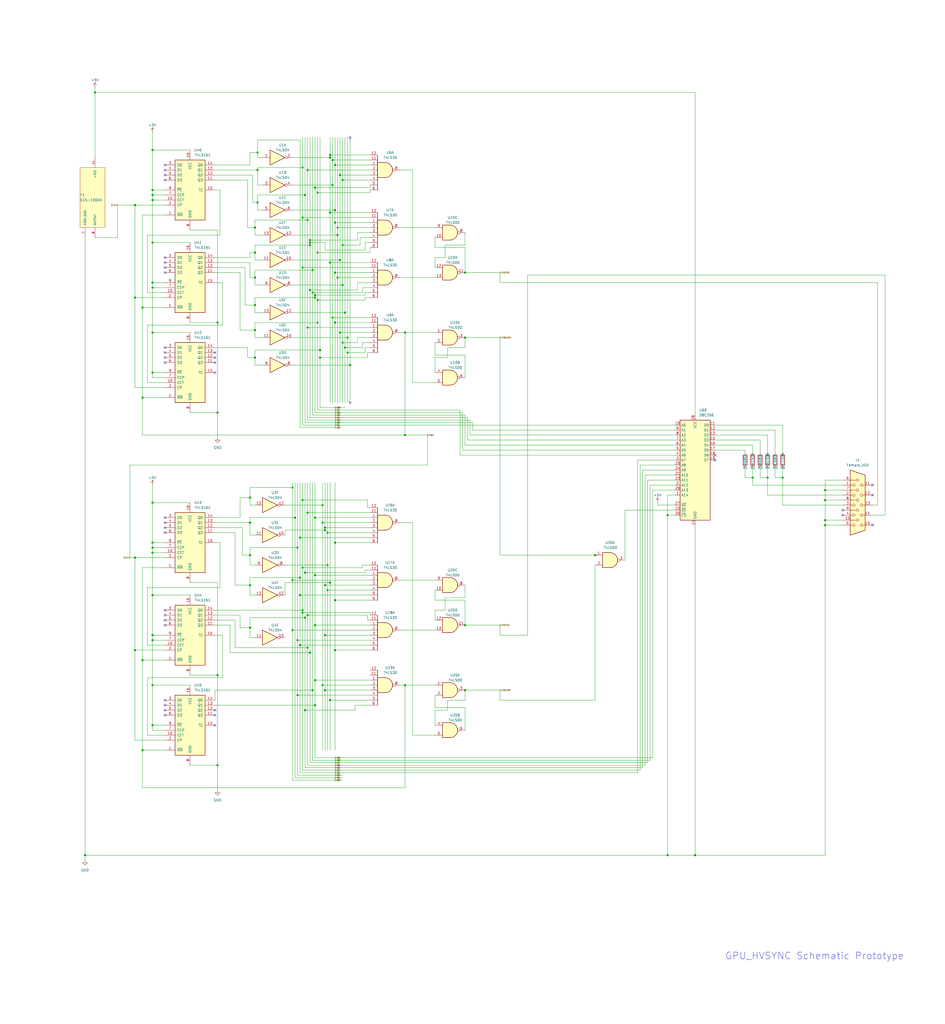
<source format=kicad_sch>
(kicad_sch (version 20211123) (generator eeschema)
  (paper "User" 480.009 520.014)
  (junction (at 152.4 327.66))
  (junction (at 110.49 209.55))
  (junction (at 162.56 181.61))
  (junction (at 166.37 287.02))
  (junction (at 77.47 275.59))
  (junction (at 171.45 115.57))
  (junction (at 177.8 185.42))
  (junction (at 149.86 262.89))
  (junction (at 152.4 293.37))
  (junction (at 353.06 434.34))
  (junction (at 419.1 254))
  (junction (at 157.48 124.46))
  (junction (at 130.81 77.47))
  (junction (at 68.58 330.2))
  (junction (at 156.21 328.93))
  (junction (at 173.99 124.46))
  (junction (at 172.72 168.91))
  (junction (at 176.53 171.45))
  (junction (at 397.51 242.57))
  (junction (at 152.4 273.05))
  (junction (at 205.74 168.91))
  (junction (at 175.26 176.53))
  (junction (at 382.27 242.57))
  (junction (at 170.18 304.8))
  (junction (at 236.22 138.43))
  (junction (at 170.18 83.82))
  (junction (at 130.81 86.36))
  (junction (at 173.99 144.78))
  (junction (at 160.02 149.86))
  (junction (at 339.09 261.62))
  (junction (at 205.74 347.98))
  (junction (at 156.21 86.36))
  (junction (at 157.48 331.47))
  (junction (at 419.1 266.7))
  (junction (at 167.64 133.35))
  (junction (at 154.94 290.83))
  (junction (at 156.21 166.37))
  (junction (at 129.54 140.97))
  (junction (at 170.18 106.68))
  (junction (at 148.59 247.65))
  (junction (at 153.67 135.89))
  (junction (at 130.81 102.87))
  (junction (at 77.47 255.27))
  (junction (at 77.47 347.98))
  (junction (at 162.56 177.8))
  (junction (at 167.64 355.6))
  (junction (at 170.18 330.2))
  (junction (at 160.02 345.44))
  (junction (at 170.18 163.83))
  (junction (at 154.94 313.69))
  (junction (at 157.48 121.92))
  (junction (at 72.39 156.21))
  (junction (at 160.02 292.1))
  (junction (at 165.1 269.24))
  (junction (at 148.59 294.64))
  (junction (at 171.45 119.38))
  (junction (at 302.26 281.94))
  (junction (at 170.18 138.43))
  (junction (at 127 297.18))
  (junction (at 110.49 342.9))
  (junction (at 77.47 99.06))
  (junction (at 161.29 163.83))
  (junction (at 68.58 104.14))
  (junction (at 158.75 148.59))
  (junction (at 389.89 242.57))
  (junction (at 167.64 107.95))
  (junction (at 166.37 270.51))
  (junction (at 77.47 168.91))
  (junction (at 161.29 152.4))
  (junction (at 77.47 189.23))
  (junction (at 77.47 302.26))
  (junction (at 160.02 358.14))
  (junction (at 72.39 381))
  (junction (at 157.48 147.32))
  (junction (at 163.83 265.43))
  (junction (at 77.47 143.51))
  (junction (at 154.94 99.06))
  (junction (at 152.4 302.26))
  (junction (at 161.29 128.27))
  (junction (at 165.1 350.52))
  (junction (at 167.64 80.01))
  (junction (at 158.75 137.16))
  (junction (at 158.75 350.52))
  (junction (at 77.47 325.12))
  (junction (at 236.22 171.45))
  (junction (at 170.18 275.59))
  (junction (at 156.21 111.76))
  (junction (at 236.22 350.52))
  (junction (at 129.54 167.64))
  (junction (at 77.47 368.3))
  (junction (at 127 265.43))
  (junction (at 173.99 173.99))
  (junction (at 68.58 151.13))
  (junction (at 205.74 220.98))
  (junction (at 163.83 256.54))
  (junction (at 151.13 278.13))
  (junction (at 419.1 248.92))
  (junction (at 77.47 96.52))
  (junction (at 129.54 154.94))
  (junction (at 157.48 123.19))
  (junction (at 166.37 299.72))
  (junction (at 172.72 132.08))
  (junction (at 77.47 278.13))
  (junction (at 161.29 97.79))
  (junction (at 170.18 113.03))
  (junction (at 77.47 322.58))
  (junction (at 129.54 128.27))
  (junction (at 129.54 181.61))
  (junction (at 153.67 309.88))
  (junction (at 129.54 115.57))
  (junction (at 176.53 179.07))
  (junction (at 167.64 295.91))
  (junction (at 160.02 95.25))
  (junction (at 160.02 317.5))
  (junction (at 160.02 262.89))
  (junction (at 154.94 360.68))
  (junction (at 110.49 388.62))
  (junction (at 148.59 320.04))
  (junction (at 175.26 158.75))
  (junction (at 419.1 264.16))
  (junction (at 68.58 283.21))
  (junction (at 156.21 260.35))
  (junction (at 165.1 267.97))
  (junction (at 172.72 88.9))
  (junction (at 77.47 76.2))
  (junction (at 173.99 91.44))
  (junction (at 77.47 101.6))
  (junction (at 127 318.77))
  (junction (at 153.67 254))
  (junction (at 236.22 317.5))
  (junction (at 153.67 311.15))
  (junction (at 77.47 280.67))
  (junction (at 153.67 110.49))
  (junction (at 153.67 85.09))
  (junction (at 110.49 163.83))
  (junction (at 72.39 201.93))
  (junction (at 160.02 151.13))
  (junction (at 153.67 288.29))
  (junction (at 168.91 93.98))
  (junction (at 156.21 312.42))
  (junction (at 165.1 322.58))
  (junction (at 77.47 146.05))
  (junction (at 72.39 335.28))
  (junction (at 167.64 78.74))
  (junction (at 168.91 161.29))
  (junction (at 127 281.94))
  (junction (at 151.13 325.12))
  (junction (at 48.26 46.99))
  (junction (at 165.1 297.18))
  (junction (at 127 252.73))
  (junction (at 77.47 123.19))
  (junction (at 43.18 434.34))
  (junction (at 171.45 140.97))
  (junction (at 151.13 353.06))
  (junction (at 163.83 347.98))
  (junction (at 168.91 81.28))
  (junction (at 339.09 434.34))
  (no_connect (at 83.82 265.43))
  (no_connect (at 83.82 181.61))
  (no_connect (at 83.82 135.89))
  (no_connect (at 427.99 261.62))
  (no_connect (at 83.82 270.51))
  (no_connect (at 83.82 130.81))
  (no_connect (at 83.82 179.07))
  (no_connect (at 109.22 189.23))
  (no_connect (at 83.82 83.82))
  (no_connect (at 177.8 204.47))
  (no_connect (at 443.23 246.38))
  (no_connect (at 83.82 355.6))
  (no_connect (at 109.22 179.07))
  (no_connect (at 109.22 360.68))
  (no_connect (at 83.82 309.88))
  (no_connect (at 427.99 259.08))
  (no_connect (at 109.22 184.15))
  (no_connect (at 83.82 133.35))
  (no_connect (at 443.23 251.46))
  (no_connect (at 83.82 317.5))
  (no_connect (at 83.82 88.9))
  (no_connect (at 83.82 86.36))
  (no_connect (at 83.82 176.53))
  (no_connect (at 83.82 138.43))
  (no_connect (at 177.8 69.85))
  (no_connect (at 83.82 363.22))
  (no_connect (at 83.82 314.96))
  (no_connect (at 83.82 91.44))
  (no_connect (at 83.82 267.97))
  (no_connect (at 83.82 262.89))
  (no_connect (at 109.22 181.61))
  (no_connect (at 83.82 312.42))
  (no_connect (at 443.23 266.7))
  (no_connect (at 109.22 368.3))
  (no_connect (at 83.82 358.14))
  (no_connect (at 363.22 233.68))
  (no_connect (at 109.22 363.22))
  (no_connect (at 83.82 184.15))
  (no_connect (at 83.82 360.68))
  (no_connect (at 363.22 231.14))
  (wire (pts (xy 267.97 139.7) (xy 267.97 322.58)))
  (wire (pts (xy 148.59 320.04) (xy 148.59 396.24)))
  (wire (pts (xy 158.75 386.08) (xy 330.2 386.08)))
  (wire (pts (xy 144.78 256.54) (xy 163.83 256.54)))
  (wire (pts (xy 186.69 254) (xy 153.67 254)))
  (wire (pts (xy 187.96 123.19) (xy 185.42 123.19)))
  (wire (pts (xy 187.96 358.14) (xy 180.34 358.14)))
  (wire (pts (xy 187.96 173.99) (xy 184.15 173.99)))
  (wire (pts (xy 163.83 347.98) (xy 187.96 347.98)))
  (wire (pts (xy 236.22 303.53) (xy 226.06 303.53)))
  (wire (pts (xy 170.18 275.59) (xy 187.96 275.59)))
  (wire (pts (xy 77.47 280.67) (xy 77.47 302.26)))
  (wire (pts (xy 342.9 251.46) (xy 339.09 251.46)))
  (wire (pts (xy 72.39 109.22) (xy 83.82 109.22)))
  (wire (pts (xy 129.54 140.97) (xy 129.54 144.78)))
  (wire (pts (xy 152.4 217.17) (xy 170.18 217.17)))
  (wire (pts (xy 382.27 226.06) (xy 363.22 226.06)))
  (wire (pts (xy 129.54 163.83) (xy 129.54 167.64)))
  (wire (pts (xy 130.81 86.36) (xy 130.81 85.09)))
  (wire (pts (xy 157.48 121.92) (xy 181.61 121.92)))
  (wire (pts (xy 187.96 312.42) (xy 187.96 311.15)))
  (wire (pts (xy 148.59 171.45) (xy 176.53 171.45)))
  (wire (pts (xy 77.47 275.59) (xy 77.47 278.13)))
  (wire (pts (xy 133.35 185.42) (xy 129.54 185.42)))
  (wire (pts (xy 74.93 344.17) (xy 74.93 373.38)))
  (wire (pts (xy 77.47 278.13) (xy 77.47 280.67)))
  (wire (pts (xy 110.49 342.9) (xy 110.49 388.62)))
  (wire (pts (xy 302.26 355.6) (xy 254 355.6)))
  (wire (pts (xy 148.59 245.11) (xy 148.59 247.65)))
  (wire (pts (xy 445.77 143.51) (xy 445.77 256.54)))
  (wire (pts (xy 157.48 69.85) (xy 157.48 121.92)))
  (wire (pts (xy 130.81 77.47) (xy 130.81 80.01)))
  (wire (pts (xy 129.54 115.57) (xy 129.54 119.38)))
  (wire (pts (xy 127 83.82) (xy 127 77.47)))
  (wire (pts (xy 129.54 124.46) (xy 157.48 124.46)))
  (wire (pts (xy 162.56 177.8) (xy 162.56 181.61)))
  (wire (pts (xy 153.67 309.88) (xy 153.67 311.15)))
  (wire (pts (xy 156.21 86.36) (xy 156.21 69.85)))
  (wire (pts (xy 172.72 168.91) (xy 172.72 204.47)))
  (wire (pts (xy 170.18 330.2) (xy 170.18 381)))
  (wire (pts (xy 237.49 223.52) (xy 237.49 212.09)))
  (wire (pts (xy 167.64 133.35) (xy 167.64 204.47)))
  (wire (pts (xy 133.35 132.08) (xy 129.54 132.08)))
  (wire (pts (xy 129.54 287.02) (xy 127 287.02)))
  (wire (pts (xy 129.54 154.94) (xy 129.54 151.13)))
  (wire (pts (xy 129.54 181.61) (xy 129.54 185.42)))
  (wire (pts (xy 205.74 168.91) (xy 220.98 168.91)))
  (wire (pts (xy 68.58 330.2) (xy 83.82 330.2)))
  (wire (pts (xy 330.2 246.38) (xy 330.2 386.08)))
  (wire (pts (xy 226.06 130.81) (xy 220.98 130.81)))
  (wire (pts (xy 328.93 243.84) (xy 328.93 387.35)))
  (wire (pts (xy 363.22 215.9) (xy 397.51 215.9)))
  (wire (pts (xy 59.69 104.14) (xy 59.69 120.65)))
  (wire (pts (xy 96.52 209.55) (xy 110.49 209.55)))
  (wire (pts (xy 77.47 123.19) (xy 77.47 143.51)))
  (wire (pts (xy 129.54 128.27) (xy 129.54 124.46)))
  (wire (pts (xy 220.98 299.72) (xy 220.98 304.8)))
  (wire (pts (xy 109.22 275.59) (xy 111.76 275.59)))
  (wire (pts (xy 144.78 269.24) (xy 165.1 269.24)))
  (wire (pts (xy 152.4 71.12) (xy 152.4 217.17)))
  (wire (pts (xy 317.5 259.08) (xy 317.5 284.48)))
  (wire (pts (xy 181.61 143.51) (xy 181.61 147.32)))
  (wire (pts (xy 74.93 298.45) (xy 74.93 327.66)))
  (wire (pts (xy 72.39 335.28) (xy 72.39 381)))
  (wire (pts (xy 148.59 247.65) (xy 148.59 294.64)))
  (wire (pts (xy 170.18 106.68) (xy 170.18 113.03)))
  (wire (pts (xy 393.7 229.87) (xy 393.7 218.44)))
  (wire (pts (xy 77.47 123.19) (xy 96.52 123.19)))
  (wire (pts (xy 109.22 83.82) (xy 127 83.82)))
  (wire (pts (xy 187.96 125.73) (xy 187.96 128.27)))
  (wire (pts (xy 127 256.54) (xy 127 252.73)))
  (wire (pts (xy 72.39 201.93) (xy 72.39 220.98)))
  (wire (pts (xy 184.15 287.02) (xy 184.15 288.29)))
  (wire (pts (xy 119.38 328.93) (xy 156.21 328.93)))
  (wire (pts (xy 172.72 168.91) (xy 187.96 168.91)))
  (wire (pts (xy 77.47 322.58) (xy 77.47 325.12)))
  (wire (pts (xy 389.89 229.87) (xy 389.89 220.98)))
  (wire (pts (xy 77.47 101.6) (xy 83.82 101.6)))
  (wire (pts (xy 254 355.6) (xy 254 350.52)))
  (wire (pts (xy 166.37 299.72) (xy 187.96 299.72)))
  (wire (pts (xy 382.27 229.87) (xy 382.27 226.06)))
  (wire (pts (xy 74.93 165.1) (xy 74.93 194.31)))
  (wire (pts (xy 77.47 96.52) (xy 77.47 99.06)))
  (wire (pts (xy 113.03 344.17) (xy 74.93 344.17)))
  (wire (pts (xy 165.1 350.52) (xy 187.96 350.52)))
  (wire (pts (xy 165.1 127) (xy 165.1 123.19)))
  (wire (pts (xy 236.22 171.45) (xy 254 171.45)))
  (wire (pts (xy 144.78 287.02) (xy 166.37 287.02)))
  (wire (pts (xy 167.64 355.6) (xy 187.96 355.6)))
  (wire (pts (xy 184.15 173.99) (xy 184.15 176.53)))
  (wire (pts (xy 77.47 325.12) (xy 77.47 347.98)))
  (wire (pts (xy 165.1 297.18) (xy 165.1 322.58)))
  (wire (pts (xy 109.22 322.58) (xy 113.03 322.58)))
  (wire (pts (xy 133.35 171.45) (xy 129.54 171.45)))
  (wire (pts (xy 77.47 280.67) (xy 83.82 280.67)))
  (wire (pts (xy 187.96 148.59) (xy 185.42 148.59)))
  (wire (pts (xy 158.75 69.85) (xy 158.75 137.16)))
  (wire (pts (xy 254 281.94) (xy 254 171.45)))
  (wire (pts (xy 111.76 119.38) (xy 74.93 119.38)))
  (wire (pts (xy 181.61 171.45) (xy 181.61 173.99)))
  (wire (pts (xy 77.47 370.84) (xy 83.82 370.84)))
  (wire (pts (xy 226.06 303.53) (xy 226.06 309.88)))
  (wire (pts (xy 240.03 218.44) (xy 240.03 214.63)))
  (wire (pts (xy 171.45 115.57) (xy 187.96 115.57)))
  (wire (pts (xy 203.2 294.64) (xy 220.98 294.64)))
  (wire (pts (xy 323.85 233.68) (xy 323.85 392.43)))
  (wire (pts (xy 165.1 245.11) (xy 165.1 267.97)))
  (wire (pts (xy 171.45 115.57) (xy 171.45 119.38)))
  (wire (pts (xy 166.37 299.72) (xy 166.37 381)))
  (wire (pts (xy 170.18 245.11) (xy 170.18 275.59)))
  (wire (pts (xy 419.1 266.7) (xy 419.1 434.34)))
  (wire (pts (xy 119.38 297.18) (xy 119.38 270.51)))
  (wire (pts (xy 185.42 151.13) (xy 185.42 152.4)))
  (wire (pts (xy 160.02 209.55) (xy 234.95 209.55)))
  (wire (pts (xy 128.27 88.9) (xy 128.27 102.87)))
  (wire (pts (xy 175.26 158.75) (xy 175.26 176.53)))
  (wire (pts (xy 187.96 146.05) (xy 184.15 146.05)))
  (wire (pts (xy 129.54 177.8) (xy 129.54 181.61)))
  (wire (pts (xy 171.45 69.85) (xy 171.45 115.57)))
  (wire (pts (xy 116.84 317.5) (xy 116.84 331.47)))
  (wire (pts (xy 419.1 264.16) (xy 419.1 254)))
  (wire (pts (xy 59.69 104.14) (xy 68.58 104.14)))
  (wire (pts (xy 110.49 116.84) (xy 110.49 163.83)))
  (wire (pts (xy 187.96 311.15) (xy 153.67 311.15)))
  (wire (pts (xy 382.27 242.57) (xy 382.27 246.38)))
  (wire (pts (xy 331.47 384.81) (xy 331.47 248.92)))
  (wire (pts (xy 152.4 327.66) (xy 152.4 302.26)))
  (wire (pts (xy 123.19 267.97) (xy 123.19 281.94)))
  (wire (pts (xy 125.73 181.61) (xy 129.54 181.61)))
  (wire (pts (xy 187.96 96.52) (xy 187.96 97.79)))
  (wire (pts (xy 378.46 237.49) (xy 378.46 242.57)))
  (wire (pts (xy 161.29 163.83) (xy 161.29 208.28)))
  (wire (pts (xy 166.37 270.51) (xy 166.37 287.02)))
  (wire (pts (xy 129.54 137.16) (xy 158.75 137.16)))
  (wire (pts (xy 170.18 69.85) (xy 170.18 83.82)))
  (wire (pts (xy 236.22 125.73) (xy 236.22 138.43)))
  (wire (pts (xy 419.1 266.7) (xy 419.1 264.16)))
  (wire (pts (xy 227.33 176.53) (xy 227.33 181.61)))
  (wire (pts (xy 226.06 309.88) (xy 220.98 309.88)))
  (wire (pts (xy 220.98 125.73) (xy 236.22 125.73)))
  (wire (pts (xy 342.9 238.76) (xy 326.39 238.76)))
  (wire (pts (xy 111.76 96.52) (xy 111.76 119.38)))
  (wire (pts (xy 220.98 180.34) (xy 236.22 180.34)))
  (wire (pts (xy 419.1 266.7) (xy 427.99 266.7)))
  (wire (pts (xy 156.21 245.11) (xy 156.21 260.35)))
  (wire (pts (xy 187.96 120.65) (xy 182.88 120.65)))
  (wire (pts (xy 77.47 189.23) (xy 83.82 189.23)))
  (wire (pts (xy 173.99 173.99) (xy 173.99 204.47)))
  (wire (pts (xy 153.67 311.15) (xy 153.67 391.16)))
  (wire (pts (xy 154.94 290.83) (xy 154.94 313.69)))
  (wire (pts (xy 153.67 215.9) (xy 342.9 215.9)))
  (wire (pts (xy 133.35 93.98) (xy 130.81 93.98)))
  (wire (pts (xy 77.47 143.51) (xy 83.82 143.51)))
  (wire (pts (xy 160.02 262.89) (xy 160.02 292.1)))
  (wire (pts (xy 187.96 287.02) (xy 184.15 287.02)))
  (wire (pts (xy 43.18 120.65) (xy 43.18 434.34)))
  (wire (pts (xy 96.52 388.62) (xy 110.49 388.62)))
  (wire (pts (xy 378.46 228.6) (xy 363.22 228.6)))
  (wire (pts (xy 187.96 143.51) (xy 181.61 143.51)))
  (wire (pts (xy 168.91 81.28) (xy 187.96 81.28)))
  (wire (pts (xy 127 313.69) (xy 154.94 313.69)))
  (wire (pts (xy 77.47 189.23) (xy 77.47 191.77)))
  (wire (pts (xy 153.67 391.16) (xy 325.12 391.16)))
  (wire (pts (xy 153.67 254) (xy 153.67 288.29)))
  (wire (pts (xy 113.03 143.51) (xy 113.03 165.1)))
  (wire (pts (xy 187.96 289.56) (xy 185.42 289.56)))
  (wire (pts (xy 151.13 245.11) (xy 151.13 278.13)))
  (wire (pts (xy 158.75 245.11) (xy 158.75 350.52)))
  (wire (pts (xy 186.69 257.81) (xy 186.69 254)))
  (wire (pts (xy 158.75 137.16) (xy 158.75 148.59)))
  (wire (pts (xy 133.35 106.68) (xy 130.81 106.68)))
  (wire (pts (xy 152.4 392.43) (xy 152.4 327.66)))
  (wire (pts (xy 397.51 229.87) (xy 397.51 215.9)))
  (wire (pts (xy 127 297.18) (xy 127 293.37)))
  (wire (pts (xy 68.58 104.14) (xy 68.58 151.13)))
  (wire (pts (xy 177.8 185.42) (xy 177.8 204.47)))
  (wire (pts (xy 186.69 312.42) (xy 156.21 312.42)))
  (wire (pts (xy 170.18 83.82) (xy 187.96 83.82)))
  (wire (pts (xy 156.21 388.62) (xy 327.66 388.62)))
  (wire (pts (xy 152.4 392.43) (xy 323.85 392.43)))
  (wire (pts (xy 68.58 375.92) (xy 83.82 375.92)))
  (wire (pts (xy 181.61 118.11) (xy 181.61 121.92)))
  (wire (pts (xy 77.47 96.52) (xy 83.82 96.52)))
  (wire (pts (xy 129.54 137.16) (xy 129.54 140.97)))
  (wire (pts (xy 389.89 251.46) (xy 427.99 251.46)))
  (wire (pts (xy 77.47 99.06) (xy 77.47 101.6)))
  (wire (pts (xy 205.74 347.98) (xy 205.74 400.05)))
  (wire (pts (xy 151.13 353.06) (xy 187.96 353.06)))
  (wire (pts (xy 389.89 237.49) (xy 389.89 242.57)))
  (wire (pts (xy 382.27 237.49) (xy 382.27 242.57)))
  (wire (pts (xy 163.83 347.98) (xy 163.83 381)))
  (wire (pts (xy 96.52 342.9) (xy 110.49 342.9)))
  (wire (pts (xy 144.78 295.91) (xy 167.64 295.91)))
  (wire (pts (xy 148.59 144.78) (xy 173.99 144.78)))
  (wire (pts (xy 185.42 123.19) (xy 185.42 127)))
  (wire (pts (xy 153.67 135.89) (xy 153.67 215.9)))
  (wire (pts (xy 156.21 166.37) (xy 187.96 166.37)))
  (wire (pts (xy 129.54 163.83) (xy 161.29 163.83)))
  (wire (pts (xy 109.22 314.96) (xy 119.38 314.96)))
  (wire (pts (xy 148.59 93.98) (xy 168.91 93.98)))
  (wire (pts (xy 186.69 181.61) (xy 162.56 181.61)))
  (wire (pts (xy 72.39 335.28) (xy 72.39 288.29)))
  (wire (pts (xy 96.52 255.27) (xy 77.47 255.27)))
  (wire (pts (xy 342.9 228.6) (xy 234.95 228.6)))
  (wire (pts (xy 339.09 261.62) (xy 339.09 434.34)))
  (wire (pts (xy 168.91 81.28) (xy 168.91 93.98)))
  (wire (pts (xy 177.8 69.85) (xy 177.8 185.42)))
  (wire (pts (xy 130.81 102.87) (xy 130.81 106.68)))
  (wire (pts (xy 167.64 295.91) (xy 167.64 355.6)))
  (wire (pts (xy 162.56 69.85) (xy 162.56 177.8)))
  (wire (pts (xy 152.4 302.26) (xy 187.96 302.26)))
  (wire (pts (xy 397.51 242.57) (xy 397.51 256.54)))
  (wire (pts (xy 168.91 161.29) (xy 168.91 204.47)))
  (wire (pts (xy 339.09 251.46) (xy 339.09 261.62)))
  (wire (pts (xy 172.72 88.9) (xy 187.96 88.9)))
  (wire (pts (xy 168.91 93.98) (xy 168.91 161.29)))
  (wire (pts (xy 127 323.85) (xy 127 318.77)))
  (wire (pts (xy 129.54 128.27) (xy 129.54 132.08)))
  (wire (pts (xy 163.83 265.43) (xy 163.83 347.98)))
  (wire (pts (xy 176.53 179.07) (xy 176.53 204.47)))
  (wire (pts (xy 127 77.47) (xy 130.81 77.47)))
  (wire (pts (xy 172.72 69.85) (xy 172.72 88.9)))
  (wire (pts (xy 48.26 46.99) (xy 48.26 80.01)))
  (wire (pts (xy 353.06 210.82) (xy 353.06 46.99)))
  (wire (pts (xy 160.02 292.1) (xy 187.96 292.1)))
  (wire (pts (xy 109.22 88.9) (xy 128.27 88.9)))
  (wire (pts (xy 110.49 209.55) (xy 110.49 222.25)))
  (wire (pts (xy 161.29 152.4) (xy 161.29 163.83)))
  (wire (pts (xy 77.47 143.51) (xy 77.47 146.05)))
  (wire (pts (xy 130.81 99.06) (xy 154.94 99.06)))
  (wire (pts (xy 68.58 330.2) (xy 68.58 375.92)))
  (wire (pts (xy 157.48 212.09) (xy 237.49 212.09)))
  (wire (pts (xy 151.13 278.13) (xy 151.13 325.12)))
  (wire (pts (xy 161.29 97.79) (xy 161.29 128.27)))
  (wire (pts (xy 77.47 99.06) (xy 83.82 99.06)))
  (wire (pts (xy 170.18 275.59) (xy 170.18 304.8)))
  (wire (pts (xy 77.47 368.3) (xy 77.47 370.84)))
  (wire (pts (xy 187.96 128.27) (xy 161.29 128.27)))
  (wire (pts (xy 170.18 163.83) (xy 170.18 204.47)))
  (wire (pts (xy 165.1 267.97) (xy 165.1 269.24)))
  (wire (pts (xy 151.13 325.12) (xy 187.96 325.12)))
  (wire (pts (xy 72.39 335.28) (xy 83.82 335.28)))
  (wire (pts (xy 393.7 237.49) (xy 393.7 242.57)))
  (wire (pts (xy 77.47 322.58) (xy 83.82 322.58)))
  (wire (pts (xy 170.18 83.82) (xy 170.18 106.68)))
  (wire (pts (xy 173.99 69.85) (xy 173.99 91.44)))
  (wire (pts (xy 238.76 220.98) (xy 238.76 213.36)))
  (wire (pts (xy 127 287.02) (xy 127 281.94)))
  (wire (pts (xy 162.56 181.61) (xy 162.56 207.01)))
  (wire (pts (xy 389.89 220.98) (xy 363.22 220.98)))
  (wire (pts (xy 154.94 389.89) (xy 326.39 389.89)))
  (wire (pts (xy 393.7 242.57) (xy 397.51 242.57)))
  (wire (pts (xy 160.02 262.89) (xy 187.96 262.89)))
  (wire (pts (xy 157.48 123.19) (xy 157.48 124.46)))
  (wire (pts (xy 160.02 292.1) (xy 160.02 317.5)))
  (wire (pts (xy 127 247.65) (xy 148.59 247.65)))
  (wire (pts (xy 154.94 245.11) (xy 154.94 290.83)))
  (wire (pts (xy 68.58 283.21) (xy 83.82 283.21)))
  (wire (pts (xy 127 281.94) (xy 127 278.13)))
  (wire (pts (xy 342.9 259.08) (xy 317.5 259.08)))
  (wire (pts (xy 129.54 111.76) (xy 156.21 111.76)))
  (wire (pts (xy 167.64 69.85) (xy 167.64 78.74)))
  (wire (pts (xy 180.34 360.68) (xy 154.94 360.68)))
  (wire (pts (xy 397.51 256.54) (xy 427.99 256.54)))
  (wire (pts (xy 127 130.81) (xy 127 128.27)))
  (wire (pts (xy 175.26 69.85) (xy 175.26 158.75)))
  (wire (pts (xy 144.78 302.26) (xy 144.78 295.91)))
  (wire (pts (xy 66.04 283.21) (xy 68.58 283.21)))
  (wire (pts (xy 125.73 115.57) (xy 129.54 115.57)))
  (wire (pts (xy 109.22 130.81) (xy 127 130.81)))
  (wire (pts (xy 209.55 194.31) (xy 220.98 194.31)))
  (wire (pts (xy 149.86 245.11) (xy 149.86 262.89)))
  (wire (pts (xy 129.54 271.78) (xy 127 271.78)))
  (wire (pts (xy 378.46 242.57) (xy 382.27 242.57)))
  (wire (pts (xy 220.98 173.99) (xy 220.98 180.34)))
  (wire (pts (xy 148.59 320.04) (xy 187.96 320.04)))
  (wire (pts (xy 127 247.65) (xy 127 252.73)))
  (wire (pts (xy 236.22 124.46) (xy 226.06 124.46)))
  (wire (pts (xy 148.59 396.24) (xy 173.99 396.24)))
  (wire (pts (xy 72.39 381) (xy 72.39 400.05)))
  (wire (pts (xy 123.19 281.94) (xy 127 281.94)))
  (wire (pts (xy 160.02 345.44) (xy 187.96 345.44)))
  (wire (pts (xy 74.93 148.59) (xy 83.82 148.59)))
  (wire (pts (xy 157.48 331.47) (xy 157.48 387.35)))
  (wire (pts (xy 121.92 318.77) (xy 127 318.77)))
  (wire (pts (xy 393.7 218.44) (xy 363.22 218.44)))
  (wire (pts (xy 172.72 132.08) (xy 172.72 168.91)))
  (wire (pts (xy 111.76 298.45) (xy 74.93 298.45)))
  (wire (pts (xy 236.22 138.43) (xy 254 138.43)))
  (wire (pts (xy 160.02 245.11) (xy 160.02 262.89)))
  (wire (pts (xy 130.81 71.12) (xy 152.4 71.12)))
  (wire (pts (xy 161.29 69.85) (xy 161.29 97.79)))
  (wire (pts (xy 158.75 210.82) (xy 236.22 210.82)))
  (wire (pts (xy 186.69 179.07) (xy 186.69 181.61)))
  (wire (pts (xy 205.74 220.98) (xy 217.17 220.98)))
  (wire (pts (xy 170.18 163.83) (xy 187.96 163.83)))
  (wire (pts (xy 109.22 176.53) (xy 125.73 176.53)))
  (wire (pts (xy 157.48 121.92) (xy 157.48 123.19)))
  (wire (pts (xy 233.68 231.14) (xy 233.68 208.28)))
  (wire (pts (xy 119.38 270.51) (xy 109.22 270.51)))
  (wire (pts (xy 151.13 325.12) (xy 151.13 353.06)))
  (wire (pts (xy 176.53 69.85) (xy 176.53 171.45)))
  (wire (pts (xy 203.2 320.04) (xy 220.98 320.04)))
  (wire (pts (xy 449.58 139.7) (xy 267.97 139.7)))
  (wire (pts (xy 133.35 119.38) (xy 129.54 119.38)))
  (wire (pts (xy 182.88 120.65) (xy 182.88 124.46)))
  (wire (pts (xy 156.21 86.36) (xy 187.96 86.36)))
  (wire (pts (xy 153.67 69.85) (xy 153.67 85.09)))
  (wire (pts (xy 110.49 388.62) (xy 110.49 401.32)))
  (wire (pts (xy 77.47 347.98) (xy 96.52 347.98)))
  (wire (pts (xy 267.97 322.58) (xy 254 322.58)))
  (wire (pts (xy 109.22 91.44) (xy 125.73 91.44)))
  (wire (pts (xy 342.9 218.44) (xy 240.03 218.44)))
  (wire (pts (xy 109.22 309.88) (xy 153.67 309.88)))
  (wire (pts (xy 386.08 229.87) (xy 386.08 223.52)))
  (wire (pts (xy 127 256.54) (xy 129.54 256.54)))
  (wire (pts (xy 148.59 294.64) (xy 187.96 294.64)))
  (wire (pts (xy 109.22 262.89) (xy 121.92 262.89)))
  (wire (pts (xy 128.27 102.87) (xy 130.81 102.87)))
  (wire (pts (xy 160.02 384.81) (xy 331.47 384.81)))
  (wire (pts (xy 152.4 302.26) (xy 152.4 293.37)))
  (wire (pts (xy 342.9 220.98) (xy 238.76 220.98)))
  (wire (pts (xy 129.54 167.64) (xy 129.54 171.45)))
  (wire (pts (xy 181.61 173.99) (xy 173.99 173.99)))
  (wire (pts (xy 342.9 241.3) (xy 327.66 241.3)))
  (wire (pts (xy 254 143.51) (xy 254 138.43)))
  (wire (pts (xy 68.58 283.21) (xy 68.58 330.2)))
  (wire (pts (xy 205.74 168.91) (xy 205.74 220.98)))
  (wire (pts (xy 339.09 434.34) (xy 353.06 434.34)))
  (wire (pts (xy 236.22 304.8) (xy 236.22 317.5)))
  (wire (pts (xy 110.49 163.83) (xy 110.49 209.55)))
  (wire (pts (xy 127 128.27) (xy 129.54 128.27)))
  (wire (pts (xy 167.64 245.11) (xy 167.64 295.91)))
  (wire (pts (xy 419.1 248.92) (xy 419.1 243.84)))
  (wire (pts (xy 185.42 148.59) (xy 185.42 149.86)))
  (wire (pts (xy 170.18 304.8) (xy 170.18 330.2)))
  (wire (pts (xy 151.13 393.7) (xy 173.99 393.7)))
  (wire (pts (xy 325.12 236.22) (xy 325.12 391.16)))
  (wire (pts (xy 162.56 207.01) (xy 175.26 207.01)))
  (wire (pts (xy 72.39 288.29) (xy 83.82 288.29)))
  (wire (pts (xy 133.35 144.78) (xy 129.54 144.78)))
  (wire (pts (xy 43.18 434.34) (xy 43.18 436.88)))
  (wire (pts (xy 443.23 261.62) (xy 449.58 261.62)))
  (wire (pts (xy 127 318.77) (xy 127 313.69)))
  (wire (pts (xy 77.47 302.26) (xy 77.47 322.58)))
  (wire (pts (xy 185.42 289.56) (xy 185.42 290.83)))
  (wire (pts (xy 236.22 118.11) (xy 236.22 124.46)))
  (wire (pts (xy 96.52 295.91) (xy 110.49 295.91)))
  (wire (pts (xy 203.2 140.97) (xy 220.98 140.97)))
  (wire (pts (xy 236.22 355.6) (xy 227.33 355.6)))
  (wire (pts (xy 157.48 147.32) (xy 157.48 212.09)))
  (wire (pts (xy 173.99 124.46) (xy 173.99 144.78)))
  (wire (pts (xy 185.42 152.4) (xy 161.29 152.4)))
  (wire (pts (xy 77.47 168.91) (xy 77.47 189.23)))
  (wire (pts (xy 182.88 124.46) (xy 173.99 124.46)))
  (wire (pts (xy 153.67 110.49) (xy 187.96 110.49)))
  (wire (pts (xy 127 293.37) (xy 152.4 293.37)))
  (wire (pts (xy 127 265.43) (xy 127 262.89)))
  (wire (pts (xy 217.17 220.98) (xy 217.17 236.22)))
  (wire (pts (xy 382.27 246.38) (xy 427.99 246.38)))
  (wire (pts (xy 185.42 290.83) (xy 154.94 290.83)))
  (wire (pts (xy 68.58 151.13) (xy 68.58 196.85)))
  (wire (pts (xy 220.98 120.65) (xy 220.98 125.73)))
  (wire (pts (xy 109.22 317.5) (xy 116.84 317.5)))
  (wire (pts (xy 180.34 358.14) (xy 180.34 360.68)))
  (wire (pts (xy 72.39 156.21) (xy 72.39 109.22)))
  (wire (pts (xy 165.1 322.58) (xy 165.1 350.52)))
  (wire (pts (xy 149.86 262.89) (xy 149.86 394.97)))
  (wire (pts (xy 156.21 260.35) (xy 156.21 312.42)))
  (wire (pts (xy 327.66 241.3) (xy 327.66 388.62)))
  (wire (pts (xy 148.59 294.64) (xy 148.59 320.04)))
  (wire (pts (xy 160.02 345.44) (xy 160.02 358.14)))
  (wire (pts (xy 220.98 359.41) (xy 236.22 359.41)))
  (wire (pts (xy 226.06 124.46) (xy 226.06 130.81)))
  (wire (pts (xy 166.37 245.11) (xy 166.37 270.51)))
  (wire (pts (xy 220.98 181.61) (xy 220.98 189.23)))
  (wire (pts (xy 236.22 350.52) (xy 236.22 355.6)))
  (wire (pts (xy 302.26 281.94) (xy 254 281.94)))
  (wire (pts (xy 96.52 163.83) (xy 110.49 163.83)))
  (wire (pts (xy 109.22 143.51) (xy 113.03 143.51)))
  (wire (pts (xy 157.48 387.35) (xy 328.93 387.35)))
  (wire (pts (xy 127 271.78) (xy 127 265.43)))
  (wire (pts (xy 185.42 179.07) (xy 176.53 179.07)))
  (wire (pts (xy 156.21 213.36) (xy 156.21 166.37)))
  (wire (pts (xy 203.2 168.91) (xy 205.74 168.91)))
  (wire (pts (xy 125.73 176.53) (xy 125.73 181.61)))
  (wire (pts (xy 152.4 327.66) (xy 187.96 327.66)))
  (wire (pts (xy 109.22 267.97) (xy 123.19 267.97)))
  (wire (pts (xy 66.04 283.21) (xy 66.04 236.22)))
  (wire (pts (xy 203.2 115.57) (xy 220.98 115.57)))
  (wire (pts (xy 397.51 237.49) (xy 397.51 242.57)))
  (wire (pts (xy 167.64 78.74) (xy 167.64 80.01)))
  (wire (pts (xy 339.09 261.62) (xy 342.9 261.62)))
  (wire (pts (xy 220.98 360.68) (xy 220.98 368.3)))
  (wire (pts (xy 172.72 88.9) (xy 172.72 132.08)))
  (wire (pts (xy 326.39 238.76) (xy 326.39 389.89)))
  (wire (pts (xy 74.93 119.38) (xy 74.93 148.59)))
  (wire (pts (xy 77.47 368.3) (xy 83.82 368.3)))
  (wire (pts (xy 130.81 102.87) (xy 130.81 99.06)))
  (wire (pts (xy 109.22 133.35) (xy 127 133.35)))
  (wire (pts (xy 170.18 113.03) (xy 187.96 113.03)))
  (wire (pts (xy 72.39 156.21) (xy 72.39 201.93)))
  (wire (pts (xy 175.26 176.53) (xy 175.26 204.47)))
  (wire (pts (xy 236.22 350.52) (xy 254 350.52)))
  (wire (pts (xy 127 262.89) (xy 149.86 262.89)))
  (wire (pts (xy 184.15 146.05) (xy 184.15 148.59)))
  (wire (pts (xy 77.47 302.26) (xy 96.52 302.26)))
  (wire (pts (xy 148.59 80.01) (xy 167.64 80.01)))
  (wire (pts (xy 220.98 309.88) (xy 220.98 314.96)))
  (wire (pts (xy 153.67 135.89) (xy 187.96 135.89)))
  (wire (pts (xy 110.49 295.91) (xy 110.49 342.9)))
  (wire (pts (xy 74.93 327.66) (xy 83.82 327.66)))
  (wire (pts (xy 171.45 140.97) (xy 171.45 204.47)))
  (wire (pts (xy 167.64 78.74) (xy 187.96 78.74)))
  (wire (pts (xy 227.33 355.6) (xy 227.33 360.68)))
  (wire (pts (xy 77.47 146.05) (xy 83.82 146.05)))
  (wire (pts (xy 121.92 167.64) (xy 129.54 167.64)))
  (wire (pts (xy 109.22 135.89) (xy 124.46 135.89)))
  (wire (pts (xy 227.33 360.68) (xy 220.98 360.68)))
  (wire (pts (xy 77.47 76.2) (xy 77.47 96.52)))
  (wire (pts (xy 127 302.26) (xy 127 297.18)))
  (wire (pts (xy 154.94 313.69) (xy 154.94 360.68)))
  (wire (pts (xy 170.18 138.43) (xy 170.18 163.83)))
  (wire (pts (xy 187.96 171.45) (xy 181.61 171.45)))
  (wire (pts (xy 66.04 236.22) (xy 217.17 236.22)))
  (wire (pts (xy 209.55 265.43) (xy 209.55 373.38)))
  (wire (pts (xy 153.67 288.29) (xy 153.67 309.88)))
  (wire (pts (xy 157.48 124.46) (xy 157.48 147.32)))
  (wire (pts (xy 254 322.58) (xy 254 317.5)))
  (wire (pts (xy 236.22 297.18) (xy 236.22 303.53)))
  (wire (pts (xy 187.96 118.11) (xy 181.61 118.11)))
  (wire (pts (xy 254 143.51) (xy 445.77 143.51)))
  (wire (pts (xy 160.02 151.13) (xy 160.02 209.55)))
  (wire (pts (xy 236.22 226.06) (xy 236.22 210.82)))
  (wire (pts (xy 124.46 154.94) (xy 129.54 154.94)))
  (wire (pts (xy 156.21 260.35) (xy 187.96 260.35)))
  (wire (pts (xy 236.22 171.45) (xy 236.22 176.53)))
  (wire (pts (xy 129.54 302.26) (xy 127 302.26)))
  (wire (pts (xy 167.64 107.95) (xy 187.96 107.95)))
  (wire (pts (xy 156.21 312.42) (xy 156.21 328.93)))
  (wire (pts (xy 165.1 123.19) (xy 157.48 123.19)))
  (wire (pts (xy 129.54 151.13) (xy 160.02 151.13)))
  (wire (pts (xy 419.1 264.16) (xy 427.99 264.16)))
  (wire (pts (xy 386.08 242.57) (xy 389.89 242.57)))
  (wire (pts (xy 111.76 275.59) (xy 111.76 298.45)))
  (wire (pts (xy 148.59 119.38) (xy 171.45 119.38)))
  (wire (pts (xy 186.69 314.96) (xy 186.69 312.42)))
  (wire (pts (xy 303.53 281.94) (xy 302.26 281.94)))
  (wire (pts (xy 148.59 132.08) (xy 172.72 132.08)))
  (wire (pts (xy 168.91 69.85) (xy 168.91 81.28)))
  (wire (pts (xy 96.52 76.2) (xy 77.47 76.2)))
  (wire (pts (xy 154.94 360.68) (xy 154.94 389.89)))
  (wire (pts (xy 205.74 347.98) (xy 220.98 347.98)))
  (wire (pts (xy 77.47 255.27) (xy 77.47 275.59)))
  (wire (pts (xy 167.64 355.6) (xy 167.64 381)))
  (wire (pts (xy 160.02 149.86) (xy 185.42 149.86)))
  (wire (pts (xy 449.58 139.7) (xy 449.58 261.62)))
  (wire (pts (xy 220.98 130.81) (xy 220.98 135.89)))
  (wire (pts (xy 43.18 434.34) (xy 339.09 434.34)))
  (wire (pts (xy 166.37 287.02) (xy 166.37 299.72)))
  (wire (pts (xy 389.89 242.57) (xy 389.89 251.46)))
  (wire (pts (xy 203.2 347.98) (xy 205.74 347.98)))
  (wire (pts (xy 153.67 245.11) (xy 153.67 254)))
  (wire (pts (xy 165.1 267.97) (xy 187.96 267.97)))
  (wire (pts (xy 167.64 133.35) (xy 187.96 133.35)))
  (wire (pts (xy 184.15 176.53) (xy 175.26 176.53)))
  (wire (pts (xy 133.35 158.75) (xy 129.54 158.75)))
  (wire (pts (xy 121.92 138.43) (xy 121.92 167.64)))
  (wire (pts (xy 334.01 255.27) (xy 334.01 256.54)))
  (wire (pts (xy 227.33 181.61) (xy 220.98 181.61)))
  (wire (pts (xy 152.4 273.05) (xy 152.4 245.11)))
  (wire (pts (xy 163.83 245.11) (xy 163.83 256.54)))
  (wire (pts (xy 109.22 350.52) (xy 158.75 350.52)))
  (wire (pts (xy 77.47 278.13) (xy 83.82 278.13)))
  (wire (pts (xy 130.81 77.47) (xy 130.81 71.12)))
  (wire (pts (xy 109.22 350.52) (xy 109.22 355.6)))
  (wire (pts (xy 158.75 148.59) (xy 158.75 210.82)))
  (wire (pts (xy 156.21 328.93) (xy 156.21 388.62)))
  (wire (pts (xy 59.69 120.65) (xy 48.26 120.65)))
  (wire (pts (xy 130.81 93.98) (xy 130.81 86.36)))
  (wire (pts (xy 181.61 147.32) (xy 157.48 147.32)))
  (wire (pts (xy 158.75 350.52) (xy 158.75 386.08)))
  (wire (pts (xy 151.13 353.06) (xy 151.13 393.7)))
  (wire (pts (xy 77.47 347.98) (xy 77.47 368.3)))
  (wire (pts (xy 160.02 95.25) (xy 160.02 149.86)))
  (wire (pts (xy 127 297.18) (xy 119.38 297.18)))
  (wire (pts (xy 68.58 104.14) (xy 83.82 104.14)))
  (wire (pts (xy 342.9 233.68) (xy 323.85 233.68)))
  (wire (pts (xy 127 133.35) (xy 127 140.97)))
  (wire (pts (xy 186.69 257.81) (xy 187.96 257.81)))
  (wire (pts (xy 163.83 265.43) (xy 187.96 265.43)))
  (wire (pts (xy 149.86 394.97) (xy 173.99 394.97)))
  (wire (pts (xy 130.81 86.36) (xy 109.22 86.36)))
  (wire (pts (xy 125.73 91.44) (xy 125.73 115.57)))
  (wire (pts (xy 109.22 265.43) (xy 127 265.43)))
  (wire (pts (xy 148.59 185.42) (xy 177.8 185.42)))
  (wire (pts (xy 185.42 127) (xy 165.1 127)))
  (wire (pts (xy 96.52 116.84) (xy 110.49 116.84)))
  (wire (pts (xy 48.26 46.99) (xy 353.06 46.99)))
  (wire (pts (xy 234.95 228.6) (xy 234.95 209.55)))
  (wire (pts (xy 331.47 248.92) (xy 342.9 248.92)))
  (wire (pts (xy 209.55 86.36) (xy 209.55 194.31)))
  (wire (pts (xy 72.39 201.93) (xy 83.82 201.93)))
  (wire (pts (xy 170.18 330.2) (xy 187.96 330.2)))
  (wire (pts (xy 72.39 220.98) (xy 205.74 220.98)))
  (wire (pts (xy 127 140.97) (xy 129.54 140.97)))
  (wire (pts (xy 165.1 269.24) (xy 165.1 297.18)))
  (wire (pts (xy 302.26 287.02) (xy 302.26 355.6)))
  (wire (pts (xy 77.47 275.59) (xy 83.82 275.59)))
  (wire (pts (xy 161.29 208.28) (xy 233.68 208.28)))
  (wire (pts (xy 121.92 252.73) (xy 127 252.73)))
  (wire (pts (xy 148.59 106.68) (xy 170.18 106.68)))
  (wire (pts (xy 77.47 191.77) (xy 83.82 191.77)))
  (wire (pts (xy 171.45 119.38) (xy 171.45 140.97)))
  (wire (pts (xy 342.9 223.52) (xy 237.49 223.52)))
  (wire (pts (xy 113.03 165.1) (xy 74.93 165.1)))
  (wire (pts (xy 209.55 373.38) (xy 220.98 373.38)))
  (wire (pts (xy 109.22 312.42) (xy 121.92 312.42)))
  (wire (pts (xy 157.48 245.11) (xy 157.48 331.47)))
  (wire (pts (xy 187.96 93.98) (xy 187.96 95.25)))
  (wire (pts (xy 171.45 140.97) (xy 187.96 140.97)))
  (wire (pts (xy 152.4 293.37) (xy 152.4 273.05)))
  (wire (pts (xy 124.46 135.89) (xy 124.46 154.94)))
  (wire (pts (xy 77.47 101.6) (xy 77.47 123.19)))
  (wire (pts (xy 68.58 196.85) (xy 83.82 196.85)))
  (wire (pts (xy 77.47 146.05) (xy 77.47 168.91)))
  (wire (pts (xy 163.83 256.54) (xy 163.83 265.43)))
  (wire (pts (xy 342.9 243.84) (xy 328.93 243.84)))
  (wire (pts (xy 187.96 151.13) (xy 185.42 151.13)))
  (wire (pts (xy 68.58 151.13) (xy 83.82 151.13)))
  (wire (pts (xy 173.99 144.78) (xy 173.99 173.99)))
  (wire (pts (xy 72.39 400.05) (xy 205.74 400.05)))
  (wire (pts (xy 386.08 237.49) (xy 386.08 242.57)))
  (wire (pts (xy 419.1 248.92) (xy 427.99 248.92)))
  (wire (pts (xy 167.64 80.01) (xy 167.64 107.95)))
  (wire (pts (xy 342.9 246.38) (xy 330.2 246.38)))
  (wire (pts (xy 148.59 158.75) (xy 175.26 158.75)))
  (wire (pts (xy 220.98 304.8) (xy 236.22 304.8)))
  (wire (pts (xy 184.15 148.59) (xy 158.75 148.59)))
  (wire (pts (xy 170.18 138.43) (xy 187.96 138.43)))
  (wire (pts (xy 236.22 180.34) (xy 236.22 191.77)))
  (wire (pts (xy 144.78 271.78) (xy 144.78 269.24)))
  (wire (pts (xy 156.21 213.36) (xy 238.76 213.36)))
  (wire (pts (xy 72.39 381) (xy 83.82 381)))
  (wire (pts (xy 127 278.13) (xy 151.13 278.13)))
  (wire (pts (xy 77.47 325.12) (xy 83.82 325.12)))
  (wire (pts (xy 236.22 176.53) (xy 227.33 176.53)))
  (wire (pts (xy 203.2 86.36) (xy 209.55 86.36)))
  (wire (pts (xy 48.26 44.45) (xy 48.26 46.99)))
  (wire (pts (xy 154.94 99.06) (xy 154.94 214.63)))
  (wire (pts (xy 173.99 91.44) (xy 187.96 91.44)))
  (wire (pts (xy 170.18 304.8) (xy 187.96 304.8)))
  (wire (pts (xy 160.02 358.14) (xy 160.02 384.81)))
  (wire (pts (xy 77.47 246.38) (xy 77.47 255.27)))
  (wire (pts (xy 129.54 177.8) (xy 162.56 177.8)))
  (wire (pts (xy 386.08 223.52) (xy 363.22 223.52)))
  (wire (pts (xy 353.06 266.7) (xy 353.06 434.34)))
  (wire (pts (xy 187.96 314.96) (xy 186.69 314.96)))
  (wire (pts (xy 419.1 434.34) (xy 353.06 434.34)))
  (wire (pts (xy 160.02 317.5) (xy 187.96 317.5)))
  (wire (pts (xy 113.03 322.58) (xy 113.03 344.17)))
  (wire (pts (xy 129.54 158.75) (xy 129.54 154.94)))
  (wire (pts (xy 156.21 111.76) (xy 156.21 86.36)))
  (wire (pts (xy 236.22 317.5) (xy 254 317.5)))
  (wire (pts (xy 173.99 91.44) (xy 173.99 124.46)))
  (wire (pts (xy 72.39 156.21) (xy 83.82 156.21)))
  (wire (pts (xy 130.81 85.09) (xy 153.67 85.09)))
  (wire (pts (xy 129.54 323.85) (xy 127 323.85)))
  (wire (pts (xy 160.02 69.85) (xy 160.02 95.25)))
  (wire (pts (xy 129.54 115.57) (xy 129.54 111.76)))
  (wire (pts (xy 74.93 373.38) (xy 83.82 373.38)))
  (wire (pts (xy 166.37 270.51) (xy 187.96 270.51)))
  (wire (pts (xy 109.22 358.14) (xy 160.02 358.14)))
  (wire (pts (xy 236.22 359.41) (xy 236.22 370.84)))
  (wire (pts (xy 165.1 322.58) (xy 187.96 322.58)))
  (wire (pts (xy 133.35 80.01) (xy 130.81 80.01)))
  (wire (pts (xy 203.2 265.43) (xy 209.55 265.43)))
  (wire (pts (xy 443.23 256.54) (xy 445.77 256.54)))
  (wire (pts (xy 184.15 288.29) (xy 153.67 288.29)))
  (wire (pts (xy 378.46 229.87) (xy 378.46 228.6)))
  (wire (pts (xy 74.93 194.31) (xy 83.82 194.31)))
  (wire (pts (xy 154.94 214.63) (xy 240.03 214.63)))
  (wire (pts (xy 165.1 297.18) (xy 187.96 297.18)))
  (wire (pts (xy 220.98 353.06) (xy 220.98 359.41)))
  (wire (pts (xy 116.84 331.47) (xy 157.48 331.47)))
  (wire (pts (xy 342.9 256.54) (xy 334.01 256.54)))
  (wire (pts (xy 160.02 149.86) (xy 160.02 151.13)))
  (wire (pts (xy 187.96 176.53) (xy 185.42 176.53)))
  (wire (pts (xy 168.91 161.29) (xy 187.96 161.29)))
  (wire (pts (xy 160.02 317.5) (xy 160.02 345.44)))
  (wire (pts (xy 187.96 97.79) (xy 161.29 97.79)))
  (wire (pts (xy 165.1 350.52) (xy 165.1 381)))
  (wire (pts (xy 156.21 166.37) (xy 156.21 111.76)))
  (wire (pts (xy 342.9 226.06) (xy 236.22 226.06)))
  (wire (pts (xy 167.64 107.95) (xy 167.64 133.35)))
  (wire (pts (xy 187.96 179.07) (xy 186.69 179.07)))
  (wire (pts (xy 77.47 168.91) (xy 96.52 168.91)))
  (wire (pts (xy 121.92 312.42) (xy 121.92 318.77)))
  (wire (pts (xy 161.29 128.27) (xy 161.29 152.4)))
  (wire (pts (xy 154.94 69.85) (xy 154.94 99.06)))
  (wire (pts (xy 185.42 176.53) (xy 185.42 179.07)))
  (wire (pts (xy 153.67 110.49) (xy 153.67 135.89)))
  (wire (pts (xy 342.9 236.22) (xy 325.12 236.22)))
  (wire (pts (xy 170.18 113.03) (xy 170.18 138.43)))
  (wire (pts (xy 109.22 96.52) (xy 111.76 96.52)))
  (wire (pts (xy 77.47 67.31) (xy 77.47 76.2)))
  (wire (pts (xy 160.02 95.25) (xy 187.96 95.25)))
  (wire (pts (xy 109.22 138.43) (xy 121.92 138.43)))
  (wire (pts (xy 419.1 254) (xy 427.99 254)))
  (wire (pts (xy 119.38 314.96) (xy 119.38 328.93)))
  (wire (pts (xy 419.1 243.84) (xy 427.99 243.84)))
  (wire (pts (xy 419.1 254) (xy 419.1 248.92)))
  (wire (pts (xy 153.67 85.09) (xy 153.67 110.49)))
  (wire (pts (xy 342.9 231.14) (xy 233.68 231.14)))
  (wire (pts (xy 121.92 252.73) (xy 121.92 262.89)))
  (wire (pts (xy 176.53 171.45) (xy 176.53 179.07)))
  (wire (pts (xy 152.4 273.05) (xy 187.96 273.05)))
  (text "GPU_HVSYNC Schematic Prototype" (at 368.3 487.68 0) (effects (font (size 3.5 3.5)) (justify left bottom)))
  (hierarchical_label "Q7" (shape output) (at 170.18 387.35 0) (effects (font (size 0.8 0.8))))
  (hierarchical_label "Q8" (shape output) (at 170.18 386.08 0) (effects (font (size 0.8 0.8))))
  (hierarchical_label "Q6" (shape output) (at 170.18 209.55 0) (effects (font (size 0.8 0.8))))
  (hierarchical_label "HBLANK" (shape output) (at 254 171.45 0) (effects (font (size 0.8 0.8))))
  (hierarchical_label "Q8" (shape output) (at 170.18 207.01 0) (effects (font (size 0.8 0.8))))
  (hierarchical_label "Q2" (shape output) (at 170.18 393.7 0) (effects (font (size 0.8 0.8))))
  (hierarchical_label "Q3" (shape output) (at 170.18 213.36 0) (effects (font (size 0.8 0.8))))
  (hierarchical_label "264" (shape output) (at 217.17 220.98 0) (effects (font (size 0.8 0.8))))
  (hierarchical_label "Q4" (shape output) (at 170.18 212.09 0) (effects (font (size 0.8 0.8))))
  (hierarchical_label "Q6" (shape output) (at 170.18 388.62 0) (effects (font (size 0.8 0.8))))
  (hierarchical_label "Q2" (shape output) (at 170.18 214.63 0) (effects (font (size 0.8 0.8))))
  (hierarchical_label "CLK" (shape input) (at 66.04 283.21 180) (effects (font (size 0.8 0.8))))
  (hierarchical_label "Q1" (shape output) (at 170.18 215.9 0) (effects (font (size 0.8 0.8))))
  (hierarchical_label "Q5" (shape output) (at 170.18 210.82 0) (effects (font (size 0.8 0.8))))
  (hierarchical_label "Q5" (shape output) (at 170.18 389.89 0) (effects (font (size 0.8 0.8))))
  (hierarchical_label "VSYNC" (shape output) (at 254 317.5 0) (effects (font (size 0.8 0.8))))
  (hierarchical_label "Q0" (shape output) (at 170.18 217.17 0) (effects (font (size 0.8 0.8))))
  (hierarchical_label "Q4" (shape output) (at 170.18 391.16 0) (effects (font (size 0.8 0.8))))
  (hierarchical_label "Q3" (shape output) (at 170.18 392.43 0) (effects (font (size 0.8 0.8))))
  (hierarchical_label "VBLANK" (shape output) (at 254 350.52 0) (effects (font (size 0.8 0.8))))
  (hierarchical_label "Q0" (shape output) (at 170.18 396.24 0) (effects (font (size 0.8 0.8))))
  (hierarchical_label "HSYNC" (shape output) (at 254 138.43 0) (effects (font (size 0.8 0.8))))
  (hierarchical_label "CLK" (shape input) (at 59.69 104.14 180) (effects (font (size 0.8 0.8))))
  (hierarchical_label "Q9" (shape output) (at 170.18 384.81 0) (effects (font (size 0.8 0.8))))
  (hierarchical_label "Q7" (shape output) (at 170.18 208.28 0) (effects (font (size 0.8 0.8))))
  (hierarchical_label "Q1" (shape output) (at 170.18 394.97 0) (effects (font (size 0.8 0.8))))
  (symbol (lib_id "74xx:74LS161") (at 96.52 189.23 0) (unit 1)
    (property "Reference" "U42" (at 98.5394 168.91 0) (effects (justify left)))
    (property "Value" "74LS161" (at 98.5394 171.45 0) (effects (justify left)))
    (property "Footprint" "Package_DIP:DIP-16_W7.62mm" (effects hide))
    (property "Datasheet" "http://www.ti.com/lit/gpn/sn74LS161" (effects hide))
  )
  (symbol (lib_id "power:+5V") (at 334.01 255.27 0) (unit 1)
    (property "Reference" "#PWR0101" (effects hide))
    (property "Value" "+5V" (at 334.01 251.46 0))
  )
  (symbol (lib_id "Device:R") (at 386.08 233.68 0) (unit 1)
    (property "Reference" "B680" (at 386.08 236.22 90) (effects (justify left)))
    (property "Value" "R3" (at 384.81 237.49 0) (effects (justify left)))
    (property "Footprint" "OptoDevice:R_LDR_4.9x4.2mm_P2.54mm_Vertical" (effects hide))
  )
  (symbol (lib_id "74xx:74LS04") (at 140.97 119.38 0) (unit 6)
    (property "Reference" "U1" (at 143.51 113.03 0))
    (property "Value" "74LS04" (at 143.51 115.57 0))
    (property "Footprint" "Package_DIP:DIP-14_W7.62mm" (effects hide))
    (property "Datasheet" "http://www.ti.com/lit/gpn/sn74LS04" (effects hide))
  )
  (symbol (lib_id "74xx:74LS04") (at 137.16 287.02 0) (unit 4)
    (property "Reference" "U3" (at 139.7 280.67 0))
    (property "Value" "74LS04" (at 139.7 283.21 0))
    (property "Footprint" "Package_DIP:DIP-14_W7.62mm" (effects hide))
    (property "Datasheet" "http://www.ti.com/lit/gpn/sn74LS04" (effects hide))
  )
  (symbol (lib_id "74xx:74LS00") (at 228.6 191.77 0) (unit 2)
    (property "Reference" "U10" (at 231.14 184.15 0))
    (property "Value" "74LS00" (at 231.14 186.69 0))
    (property "Footprint" "Package_DIP:DIP-14_W7.62mm" (effects hide))
    (property "Datasheet" "http://www.ti.com/lit/gpn/sn74ls00" (effects hide))
  )
  (symbol (lib_id "74xx:74LS00") (at 228.6 171.45 0) (unit 1)
    (property "Reference" "U10" (at 231.14 163.83 0))
    (property "Value" "74LS00" (at 231.14 166.37 0))
    (property "Footprint" "Package_DIP:DIP-14_W7.62mm" (effects hide))
    (property "Datasheet" "http://www.ti.com/lit/gpn/sn74ls00" (effects hide))
  )
  (symbol (lib_id "74xx:74LS161") (at 96.52 322.58 0) (unit 1)
    (property "Reference" "U44" (at 98.5394 302.26 0) (effects (justify left)))
    (property "Value" "74LS161" (at 98.5394 304.8 0) (effects (justify left)))
    (property "Footprint" "Package_DIP:DIP-16_W7.62mm" (effects hide))
    (property "Datasheet" "http://www.ti.com/lit/gpn/sn74LS161" (effects hide))
  )
  (symbol (lib_id "74xx:74LS161") (at 96.52 96.52 0) (unit 1)
    (property "Reference" "U40" (at 98.5394 76.2 0) (effects (justify left)))
    (property "Value" "74LS161" (at 98.5394 78.74 0) (effects (justify left)))
    (property "Footprint" "Package_DIP:DIP-16_W7.62mm" (effects hide))
    (property "Datasheet" "http://www.ti.com/lit/gpn/sn74LS161" (effects hide))
  )
  (symbol (lib_name "74LS30_1") (lib_id "74xx:74LS30") (at 195.58 294.64 0) (unit 1)
    (property "Reference" "U17" (at 198.12 285.75 0))
    (property "Value" "74LS30" (at 198.12 288.29 0))
    (property "Footprint" "Package_DIP:DIP-14_W7.62mm" (effects hide))
    (property "Datasheet" "http://www.ti.com/lit/gpn/sn74LS30" (effects hide))
  )
  (symbol (lib_id "power:GND") (at 110.49 222.25 0) (unit 1)
    (property "Reference" "#PWR0105" (effects hide))
    (property "Value" "GND" (at 110.49 227.33 0))
  )
  (symbol (lib_id "74xx:74LS04") (at 140.97 93.98 0) (unit 2)
    (property "Reference" "U1" (at 143.51 87.63 0))
    (property "Value" "74LS04" (at 143.51 90.17 0))
    (property "Footprint" "Package_DIP:DIP-14_W7.62mm" (effects hide))
    (property "Datasheet" "http://www.ti.com/lit/gpn/sn74LS04" (effects hide))
  )
  (symbol (lib_id "74xx:74LS00") (at 228.6 350.52 0) (unit 1)
    (property "Reference" "U20" (at 231.14 342.9 0))
    (property "Value" "74LS00" (at 231.14 345.44 0))
    (property "Footprint" "Package_DIP:DIP-14_W7.62mm" (effects hide))
    (property "Datasheet" "http://www.ti.com/lit/gpn/sn74ls00" (effects hide))
  )
  (symbol (lib_id "74xx:74LS00") (at 228.6 138.43 0) (unit 4)
    (property "Reference" "U10" (at 229.87 130.81 0))
    (property "Value" "74LS00" (at 229.87 133.35 0))
    (property "Footprint" "Package_DIP:DIP-14_W7.62mm" (effects hide))
    (property "Datasheet" "http://www.ti.com/lit/gpn/sn74ls00" (effects hide))
  )
  (symbol (lib_id "74xx:74LS04") (at 140.97 185.42 0) (unit 4)
    (property "Reference" "U5" (at 143.51 179.07 0))
    (property "Value" "74LS04" (at 143.51 181.61 0))
    (property "Footprint" "Package_DIP:DIP-14_W7.62mm" (effects hide))
    (property "Datasheet" "http://www.ti.com/lit/gpn/sn74LS04" (effects hide))
  )
  (symbol (lib_id "74xx:74LS04") (at 140.97 132.08 0) (unit 5)
    (property "Reference" "U1" (at 143.51 125.73 0))
    (property "Value" "74LS04" (at 143.51 128.27 0))
    (property "Footprint" "Package_DIP:DIP-14_W7.62mm" (effects hide))
    (property "Datasheet" "http://www.ti.com/lit/gpn/sn74LS04" (effects hide))
  )
  (symbol (lib_id "Device:R") (at 382.27 233.68 0) (unit 1)
    (property "Reference" "A1500" (at 382.27 236.22 90) (effects (justify left)))
    (property "Value" "R2" (at 381 237.49 0) (effects (justify left)))
    (property "Footprint" "OptoDevice:R_LDR_4.9x4.2mm_P2.54mm_Vertical" (effects hide))
  )
  (symbol (lib_id "Memory_EEPROM:28C256") (at 353.06 238.76 0) (unit 1)
    (property "Reference" "U60" (at 355.0794 208.28 0) (effects (justify left)))
    (property "Value" "28C256" (at 355.0794 210.82 0) (effects (justify left)))
    (property "Footprint" "Package_DIP:DIP-28_W15.24mm" (effects hide))
    (property "Datasheet" "http://ww1.microchip.com/downloads/en/DeviceDoc/doc0006.pdf" (effects hide))
  )
  (symbol (lib_id "74xx:74LS04") (at 140.97 158.75 0) (unit 6)
    (property "Reference" "U5" (at 143.51 152.4 0))
    (property "Value" "74LS04" (at 143.51 154.94 0))
    (property "Footprint" "Package_DIP:DIP-14_W7.62mm" (effects hide))
    (property "Datasheet" "http://www.ti.com/lit/gpn/sn74LS04" (effects hide))
  )
  (symbol (lib_name "74LS30_1") (lib_id "74xx:74LS30") (at 195.58 140.97 0) (unit 1)
    (property "Reference" "U8" (at 198.12 132.08 0))
    (property "Value" "74LS30" (at 198.12 134.62 0))
    (property "Footprint" "Package_DIP:DIP-14_W7.62mm" (effects hide))
    (property "Datasheet" "http://www.ti.com/lit/gpn/sn74LS30" (effects hide))
  )
  (symbol (lib_id "74xx:74LS00") (at 228.6 370.84 0) (unit 2)
    (property "Reference" "U20" (at 231.14 363.22 0))
    (property "Value" "74LS00" (at 231.14 365.76 0))
    (property "Footprint" "Package_DIP:DIP-14_W7.62mm" (effects hide))
    (property "Datasheet" "http://www.ti.com/lit/gpn/sn74ls00" (effects hide))
  )
  (symbol (lib_id "power:GND") (at 43.18 436.88 0) (unit 1)
    (property "Reference" "#PWR0104" (effects hide))
    (property "Value" "GND" (at 43.18 441.96 0))
  )
  (symbol (lib_name "74LS30_1") (lib_id "74xx:74LS30") (at 195.58 265.43 0) (unit 1)
    (property "Reference" "U16" (at 198.12 256.54 0))
    (property "Value" "74LS30" (at 198.12 259.08 0))
    (property "Footprint" "Package_DIP:DIP-14_W7.62mm" (effects hide))
    (property "Datasheet" "http://www.ti.com/lit/gpn/sn74LS30" (effects hide))
  )
  (symbol (lib_id "74xx:74LS161") (at 96.52 143.51 0) (unit 1)
    (property "Reference" "U41" (at 98.5394 123.19 0) (effects (justify left)))
    (property "Value" "74LS161" (at 98.5394 125.73 0) (effects (justify left)))
    (property "Footprint" "Package_DIP:DIP-16_W7.62mm" (effects hide))
    (property "Datasheet" "http://www.ti.com/lit/gpn/sn74LS161" (effects hide))
  )
  (symbol (lib_id "74xx:74LS00") (at 309.88 284.48 0) (unit 1)
    (property "Reference" "U30" (at 309.88 275.59 0))
    (property "Value" "74LS00" (at 309.88 278.13 0))
    (property "Footprint" "Package_DIP:DIP-14_W7.62mm" (effects hide))
    (property "Datasheet" "http://www.ti.com/lit/gpn/sn74ls00" (effects hide))
  )
  (symbol (lib_id "Device:R") (at 393.7 233.68 0) (unit 1)
    (property "Reference" "C680" (at 393.7 236.22 90) (effects (justify left)))
    (property "Value" "R5" (at 392.43 237.49 0) (effects (justify left)))
    (property "Footprint" "OptoDevice:R_LDR_4.9x4.2mm_P2.54mm_Vertical" (effects hide))
  )
  (symbol (lib_id "74xx:74LS04") (at 137.16 271.78 0) (unit 5)
    (property "Reference" "U3" (at 139.7 265.43 0))
    (property "Value" "74LS04" (at 139.7 267.97 0))
    (property "Footprint" "Package_DIP:DIP-14_W7.62mm" (effects hide))
    (property "Datasheet" "http://www.ti.com/lit/gpn/sn74LS04" (effects hide))
  )
  (symbol (lib_id "Device:R") (at 397.51 233.68 0) (unit 1)
    (property "Reference" "C1500" (at 397.51 236.22 90) (effects (justify left)))
    (property "Value" "R6" (at 396.24 237.49 0) (effects (justify left)))
    (property "Footprint" "OptoDevice:R_LDR_4.9x4.2mm_P2.54mm_Vertical" (effects hide))
  )
  (symbol (lib_id "74xx:74LS04") (at 140.97 144.78 0) (unit 4)
    (property "Reference" "U1" (at 143.51 138.43 0))
    (property "Value" "74LS04" (at 143.51 140.97 0))
    (property "Footprint" "Package_DIP:DIP-14_W7.62mm" (effects hide))
    (property "Datasheet" "http://www.ti.com/lit/gpn/sn74LS04" (effects hide))
  )
  (symbol (lib_id "74xx:74LS161") (at 96.52 275.59 0) (unit 1)
    (property "Reference" "U43" (at 98.5394 255.27 0) (effects (justify left)))
    (property "Value" "74LS161" (at 98.5394 257.81 0) (effects (justify left)))
    (property "Footprint" "Package_DIP:DIP-16_W7.62mm" (effects hide))
    (property "Datasheet" "http://www.ti.com/lit/gpn/sn74LS161" (effects hide))
  )
  (symbol (lib_id "74xx:74LS04") (at 137.16 302.26 0) (unit 6)
    (property "Reference" "U4" (at 139.7 295.91 0))
    (property "Value" "74LS04" (at 139.7 298.45 0))
    (property "Footprint" "Package_DIP:DIP-14_W7.62mm" (effects hide))
    (property "Datasheet" "http://www.ti.com/lit/gpn/sn74LS04" (effects hide))
  )
  (symbol (lib_name "74LS30_1") (lib_id "74xx:74LS30") (at 195.58 86.36 0) (unit 1)
    (property "Reference" "U6" (at 198.12 77.47 0))
    (property "Value" "74LS30" (at 198.12 80.01 0))
    (property "Footprint" "Package_DIP:DIP-14_W7.62mm" (effects hide))
    (property "Datasheet" "http://www.ti.com/lit/gpn/sn74LS30" (effects hide))
  )
  (symbol (lib_id "74xx:74LS161") (at 96.52 368.3 0) (unit 1)
    (property "Reference" "U45" (at 98.5394 347.98 0) (effects (justify left)))
    (property "Value" "74LS161" (at 98.5394 350.52 0) (effects (justify left)))
    (property "Footprint" "Package_DIP:DIP-16_W7.62mm" (effects hide))
    (property "Datasheet" "http://www.ti.com/lit/gpn/sn74LS161" (effects hide))
  )
  (symbol (lib_id "power:+5V") (at 48.26 44.45 0) (unit 1)
    (property "Reference" "#PWR0103" (effects hide))
    (property "Value" "+5V" (at 48.26 40.64 0))
  )
  (symbol (lib_id "74xx:74LS04") (at 140.97 80.01 0) (unit 1)
    (property "Reference" "U1" (at 143.51 73.66 0))
    (property "Value" "74LS04" (at 143.51 76.2 0))
    (property "Footprint" "Package_DIP:DIP-14_W7.62mm" (effects hide))
    (property "Datasheet" "http://www.ti.com/lit/gpn/sn74LS04" (effects hide))
  )
  (symbol (lib_id "ECS-100AX-073:ECS-100AX-073") (at 48.26 100.33 270) (unit 1)
    (property "Reference" "Y1" (at 40.64 99.06 90) (effects (justify left)))
    (property "Value" "ECS-100AX" (at 40.64 101.6 90) (effects (justify left)))
    (property "Footprint" "kicad:OSC_ECS-100AX-073" (effects hide))
    (property "MANUFACTURER" "ECS Inc." (effects hide))
    (property "STANDARD" "MANUFACTURER RECOMMENDATIONS" (effects hide))
  )
  (symbol (lib_id "74xx:74LS04") (at 137.16 323.85 0) (unit 5)
    (property "Reference" "U4" (at 139.7 317.5 0))
    (property "Value" "74LS04" (at 139.7 320.04 0))
    (property "Footprint" "Package_DIP:DIP-14_W7.62mm" (effects hide))
    (property "Datasheet" "http://www.ti.com/lit/gpn/sn74LS04" (effects hide))
  )
  (symbol (lib_id "power:+5V") (at 77.47 246.38 0) (unit 1)
    (property "Reference" "#PWR0106" (effects hide))
    (property "Value" "+5V" (at 77.47 242.57 0))
  )
  (symbol (lib_id "power:GND") (at 110.49 401.32 0) (unit 1)
    (property "Reference" "#PWR0107" (effects hide))
    (property "Value" "GND" (at 110.49 406.4 0))
  )
  (symbol (lib_id "74xx:74LS04") (at 140.97 171.45 0) (unit 5)
    (property "Reference" "U5" (at 143.51 165.1 0))
    (property "Value" "74LS04" (at 143.51 167.64 0))
    (property "Footprint" "Package_DIP:DIP-14_W7.62mm" (effects hide))
    (property "Datasheet" "http://www.ti.com/lit/gpn/sn74LS04" (effects hide))
  )
  (symbol (lib_id "74xx:74LS04") (at 140.97 106.68 0) (unit 3)
    (property "Reference" "U1" (at 143.51 100.33 0))
    (property "Value" "74LS04" (at 143.51 102.87 0))
    (property "Footprint" "Package_DIP:DIP-14_W7.62mm" (effects hide))
    (property "Datasheet" "http://www.ti.com/lit/gpn/sn74LS04" (effects hide))
  )
  (symbol (lib_name "74LS30_1") (lib_id "74xx:74LS30") (at 195.58 320.04 0) (unit 1)
    (property "Reference" "U18" (at 198.12 311.15 0))
    (property "Value" "74LS30" (at 198.12 313.69 0))
    (property "Footprint" "Package_DIP:DIP-14_W7.62mm" (effects hide))
    (property "Datasheet" "http://www.ti.com/lit/gpn/sn74LS30" (effects hide))
  )
  (symbol (lib_id "74xx:74LS00") (at 228.6 118.11 0) (unit 3)
    (property "Reference" "U10" (at 229.87 110.49 0))
    (property "Value" "74LS00" (at 229.87 113.03 0))
    (property "Footprint" "Package_DIP:DIP-14_W7.62mm" (effects hide))
    (property "Datasheet" "http://www.ti.com/lit/gpn/sn74ls00" (effects hide))
  )
  (symbol (lib_id "power:+5V") (at 77.47 67.31 0) (unit 1)
    (property "Reference" "#PWR0102" (effects hide))
    (property "Value" "+5V" (at 77.47 63.5 0))
  )
  (symbol (lib_id "Device:R") (at 389.89 233.68 0) (unit 1)
    (property "Reference" "B1500" (at 389.89 236.22 90) (effects (justify left)))
    (property "Value" "R4" (at 388.62 237.49 0) (effects (justify left)))
    (property "Footprint" "OptoDevice:R_LDR_4.9x4.2mm_P2.54mm_Vertical" (effects hide))
  )
  (symbol (lib_id "Connector:DB15_Female_HighDensity") (at 435.61 256.54 0) (unit 1)
    (property "Reference" "J1" (at 435.61 233.68 0))
    (property "Value" "Female_VGA" (at 435.61 236.22 0))
    (property "Footprint" "Connector_Dsub:DSUB-15-HD_Female_Horizontal_P2.29x2.54mm_EdgePinOffset9.40mm" (effects hide))
    (property "Datasheet" " ~" (effects hide))
  )
  (symbol (lib_id "74xx:74LS00") (at 228.6 297.18 0) (unit 3)
    (property "Reference" "U20" (at 229.87 289.56 0))
    (property "Value" "74LS00" (at 229.87 292.1 0))
    (property "Footprint" "Package_DIP:DIP-14_W7.62mm" (effects hide))
    (property "Datasheet" "http://www.ti.com/lit/gpn/sn74ls00" (effects hide))
  )
  (symbol (lib_name "74LS30_1") (lib_id "74xx:74LS30") (at 195.58 168.91 0) (unit 1)
    (property "Reference" "U9" (at 198.12 160.02 0))
    (property "Value" "74LS30" (at 198.12 162.56 0))
    (property "Footprint" "Package_DIP:DIP-14_W7.62mm" (effects hide))
    (property "Datasheet" "http://www.ti.com/lit/gpn/sn74LS30" (effects hide))
  )
  (symbol (lib_name "74LS30_1") (lib_id "74xx:74LS30") (at 195.58 347.98 0) (unit 1)
    (property "Reference" "U19" (at 198.12 339.09 0))
    (property "Value" "74LS30" (at 198.12 341.63 0))
    (property "Footprint" "Package_DIP:DIP-14_W7.62mm" (effects hide))
    (property "Datasheet" "http://www.ti.com/lit/gpn/sn74LS30" (effects hide))
  )
  (symbol (lib_name "74LS30_1") (lib_id "74xx:74LS30") (at 195.58 115.57 0) (unit 1)
    (property "Reference" "U7" (at 198.12 106.68 0))
    (property "Value" "74LS30" (at 198.12 109.22 0))
    (property "Footprint" "Package_DIP:DIP-14_W7.62mm" (effects hide))
    (property "Datasheet" "http://www.ti.com/lit/gpn/sn74LS30" (effects hide))
  )
  (symbol (lib_id "74xx:74LS04") (at 137.16 256.54 0) (unit 6)
    (property "Reference" "U3" (at 139.7 250.19 0))
    (property "Value" "74LS04" (at 139.7 252.73 0))
    (property "Footprint" "Package_DIP:DIP-14_W7.62mm" (effects hide))
    (property "Datasheet" "http://www.ti.com/lit/gpn/sn74LS04" (effects hide))
  )
  (symbol (lib_id "Device:R") (at 378.46 233.68 0) (unit 1)
    (property "Reference" "A680" (at 378.46 236.22 90) (effects (justify left)))
    (property "Value" "R1" (at 377.19 237.49 0) (effects (justify left)))
    (property "Footprint" "OptoDevice:R_LDR_4.9x4.2mm_P2.54mm_Vertical" (effects hide))
  )
  (symbol (lib_id "74xx:74LS00") (at 228.6 317.5 0) (unit 4)
    (property "Reference" "U20" (at 229.87 309.88 0))
    (property "Value" "74LS00" (at 229.87 312.42 0))
    (property "Footprint" "Package_DIP:DIP-14_W7.62mm" (effects hide))
    (property "Datasheet" "http://www.ti.com/lit/gpn/sn74ls00" (effects hide))
  )
)
</source>
